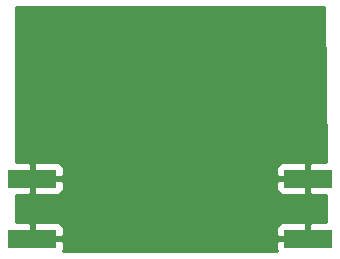
<source format=gbl>
G04 #@! TF.GenerationSoftware,KiCad,Pcbnew,5.0.1*
G04 #@! TF.CreationDate,2018-12-27T15:17:57+01:00*
G04 #@! TF.ProjectId,BiasT,42696173542E6B696361645F70636200,rev?*
G04 #@! TF.SameCoordinates,Original*
G04 #@! TF.FileFunction,Copper,L2,Bot,Signal*
G04 #@! TF.FilePolarity,Positive*
%FSLAX46Y46*%
G04 Gerber Fmt 4.6, Leading zero omitted, Abs format (unit mm)*
G04 Created by KiCad (PCBNEW 5.0.1) date Do 27 Dez 2018 15:17:57 CET*
%MOMM*%
%LPD*%
G01*
G04 APERTURE LIST*
G04 #@! TA.AperFunction,SMDPad,CuDef*
%ADD10R,4.064000X1.524000*%
G04 #@! TD*
G04 #@! TA.AperFunction,ViaPad*
%ADD11C,0.609600*%
G04 #@! TD*
G04 #@! TA.AperFunction,Conductor*
%ADD12C,0.254000*%
G04 #@! TD*
G04 APERTURE END LIST*
D10*
G04 #@! TO.P,J1,2*
G04 #@! TO.N,GND*
X133096000Y-84582000D03*
X133096000Y-89662000D03*
G04 #@! TD*
G04 #@! TO.P,J2,2*
G04 #@! TO.N,GND*
X156452000Y-89662000D03*
X156452000Y-84582000D03*
G04 #@! TD*
D11*
G04 #@! TO.N,GND*
X152908000Y-84328000D03*
X151384000Y-84328000D03*
X149860000Y-84328000D03*
X148336000Y-84328000D03*
X146812000Y-84328000D03*
X145288000Y-84328000D03*
X136144000Y-84328000D03*
X137668000Y-84328000D03*
X139192000Y-84328000D03*
X140716000Y-84328000D03*
X152908000Y-89408000D03*
X150876000Y-89408000D03*
X148844000Y-89408000D03*
X146812000Y-89408000D03*
X144780000Y-89408000D03*
X142748000Y-89408000D03*
X140716000Y-89408000D03*
X138684000Y-89408000D03*
X136652000Y-89408000D03*
X144780000Y-79248000D03*
X146304000Y-79248000D03*
X144272000Y-75184000D03*
X144272000Y-77216000D03*
X135636000Y-75184000D03*
X135636000Y-77216000D03*
X135636000Y-73152000D03*
X138176000Y-73152000D03*
X152400000Y-75184000D03*
X154432000Y-75184000D03*
X156464000Y-75184000D03*
X156464000Y-73152000D03*
X156464000Y-71120000D03*
G04 #@! TD*
D12*
G04 #@! TO.N,GND*
G36*
X157945069Y-83185000D02*
X156737750Y-83185000D01*
X156579000Y-83343750D01*
X156579000Y-84455000D01*
X156599000Y-84455000D01*
X156599000Y-84709000D01*
X156579000Y-84709000D01*
X156579000Y-85820250D01*
X156737750Y-85979000D01*
X157977183Y-85979000D01*
X158003459Y-88265000D01*
X156737750Y-88265000D01*
X156579000Y-88423750D01*
X156579000Y-89535000D01*
X156599000Y-89535000D01*
X156599000Y-89789000D01*
X156579000Y-89789000D01*
X156579000Y-89809000D01*
X156325000Y-89809000D01*
X156325000Y-89789000D01*
X153943750Y-89789000D01*
X153785000Y-89947750D01*
X153785000Y-90550310D01*
X153859430Y-90730000D01*
X135688570Y-90730000D01*
X135763000Y-90550310D01*
X135763000Y-89947750D01*
X135604250Y-89789000D01*
X133223000Y-89789000D01*
X133223000Y-89809000D01*
X132969000Y-89809000D01*
X132969000Y-89789000D01*
X132949000Y-89789000D01*
X132949000Y-89535000D01*
X132969000Y-89535000D01*
X132969000Y-88423750D01*
X133223000Y-88423750D01*
X133223000Y-89535000D01*
X135604250Y-89535000D01*
X135763000Y-89376250D01*
X135763000Y-88773690D01*
X153785000Y-88773690D01*
X153785000Y-89376250D01*
X153943750Y-89535000D01*
X156325000Y-89535000D01*
X156325000Y-88423750D01*
X156166250Y-88265000D01*
X154293691Y-88265000D01*
X154060302Y-88361673D01*
X153881673Y-88540301D01*
X153785000Y-88773690D01*
X135763000Y-88773690D01*
X135666327Y-88540301D01*
X135487698Y-88361673D01*
X135254309Y-88265000D01*
X133381750Y-88265000D01*
X133223000Y-88423750D01*
X132969000Y-88423750D01*
X132810250Y-88265000D01*
X131774000Y-88265000D01*
X131774000Y-85979000D01*
X132810250Y-85979000D01*
X132969000Y-85820250D01*
X132969000Y-84709000D01*
X133223000Y-84709000D01*
X133223000Y-85820250D01*
X133381750Y-85979000D01*
X135254309Y-85979000D01*
X135487698Y-85882327D01*
X135666327Y-85703699D01*
X135763000Y-85470310D01*
X135763000Y-84867750D01*
X153785000Y-84867750D01*
X153785000Y-85470310D01*
X153881673Y-85703699D01*
X154060302Y-85882327D01*
X154293691Y-85979000D01*
X156166250Y-85979000D01*
X156325000Y-85820250D01*
X156325000Y-84709000D01*
X153943750Y-84709000D01*
X153785000Y-84867750D01*
X135763000Y-84867750D01*
X135604250Y-84709000D01*
X133223000Y-84709000D01*
X132969000Y-84709000D01*
X132949000Y-84709000D01*
X132949000Y-84455000D01*
X132969000Y-84455000D01*
X132969000Y-83343750D01*
X133223000Y-83343750D01*
X133223000Y-84455000D01*
X135604250Y-84455000D01*
X135763000Y-84296250D01*
X135763000Y-83693690D01*
X153785000Y-83693690D01*
X153785000Y-84296250D01*
X153943750Y-84455000D01*
X156325000Y-84455000D01*
X156325000Y-83343750D01*
X156166250Y-83185000D01*
X154293691Y-83185000D01*
X154060302Y-83281673D01*
X153881673Y-83460301D01*
X153785000Y-83693690D01*
X135763000Y-83693690D01*
X135666327Y-83460301D01*
X135487698Y-83281673D01*
X135254309Y-83185000D01*
X133381750Y-83185000D01*
X133223000Y-83343750D01*
X132969000Y-83343750D01*
X132810250Y-83185000D01*
X131774000Y-83185000D01*
X131774000Y-70052000D01*
X157794115Y-70052000D01*
X157945069Y-83185000D01*
X157945069Y-83185000D01*
G37*
X157945069Y-83185000D02*
X156737750Y-83185000D01*
X156579000Y-83343750D01*
X156579000Y-84455000D01*
X156599000Y-84455000D01*
X156599000Y-84709000D01*
X156579000Y-84709000D01*
X156579000Y-85820250D01*
X156737750Y-85979000D01*
X157977183Y-85979000D01*
X158003459Y-88265000D01*
X156737750Y-88265000D01*
X156579000Y-88423750D01*
X156579000Y-89535000D01*
X156599000Y-89535000D01*
X156599000Y-89789000D01*
X156579000Y-89789000D01*
X156579000Y-89809000D01*
X156325000Y-89809000D01*
X156325000Y-89789000D01*
X153943750Y-89789000D01*
X153785000Y-89947750D01*
X153785000Y-90550310D01*
X153859430Y-90730000D01*
X135688570Y-90730000D01*
X135763000Y-90550310D01*
X135763000Y-89947750D01*
X135604250Y-89789000D01*
X133223000Y-89789000D01*
X133223000Y-89809000D01*
X132969000Y-89809000D01*
X132969000Y-89789000D01*
X132949000Y-89789000D01*
X132949000Y-89535000D01*
X132969000Y-89535000D01*
X132969000Y-88423750D01*
X133223000Y-88423750D01*
X133223000Y-89535000D01*
X135604250Y-89535000D01*
X135763000Y-89376250D01*
X135763000Y-88773690D01*
X153785000Y-88773690D01*
X153785000Y-89376250D01*
X153943750Y-89535000D01*
X156325000Y-89535000D01*
X156325000Y-88423750D01*
X156166250Y-88265000D01*
X154293691Y-88265000D01*
X154060302Y-88361673D01*
X153881673Y-88540301D01*
X153785000Y-88773690D01*
X135763000Y-88773690D01*
X135666327Y-88540301D01*
X135487698Y-88361673D01*
X135254309Y-88265000D01*
X133381750Y-88265000D01*
X133223000Y-88423750D01*
X132969000Y-88423750D01*
X132810250Y-88265000D01*
X131774000Y-88265000D01*
X131774000Y-85979000D01*
X132810250Y-85979000D01*
X132969000Y-85820250D01*
X132969000Y-84709000D01*
X133223000Y-84709000D01*
X133223000Y-85820250D01*
X133381750Y-85979000D01*
X135254309Y-85979000D01*
X135487698Y-85882327D01*
X135666327Y-85703699D01*
X135763000Y-85470310D01*
X135763000Y-84867750D01*
X153785000Y-84867750D01*
X153785000Y-85470310D01*
X153881673Y-85703699D01*
X154060302Y-85882327D01*
X154293691Y-85979000D01*
X156166250Y-85979000D01*
X156325000Y-85820250D01*
X156325000Y-84709000D01*
X153943750Y-84709000D01*
X153785000Y-84867750D01*
X135763000Y-84867750D01*
X135604250Y-84709000D01*
X133223000Y-84709000D01*
X132969000Y-84709000D01*
X132949000Y-84709000D01*
X132949000Y-84455000D01*
X132969000Y-84455000D01*
X132969000Y-83343750D01*
X133223000Y-83343750D01*
X133223000Y-84455000D01*
X135604250Y-84455000D01*
X135763000Y-84296250D01*
X135763000Y-83693690D01*
X153785000Y-83693690D01*
X153785000Y-84296250D01*
X153943750Y-84455000D01*
X156325000Y-84455000D01*
X156325000Y-83343750D01*
X156166250Y-83185000D01*
X154293691Y-83185000D01*
X154060302Y-83281673D01*
X153881673Y-83460301D01*
X153785000Y-83693690D01*
X135763000Y-83693690D01*
X135666327Y-83460301D01*
X135487698Y-83281673D01*
X135254309Y-83185000D01*
X133381750Y-83185000D01*
X133223000Y-83343750D01*
X132969000Y-83343750D01*
X132810250Y-83185000D01*
X131774000Y-83185000D01*
X131774000Y-70052000D01*
X157794115Y-70052000D01*
X157945069Y-83185000D01*
G04 #@! TD*
M02*

</source>
